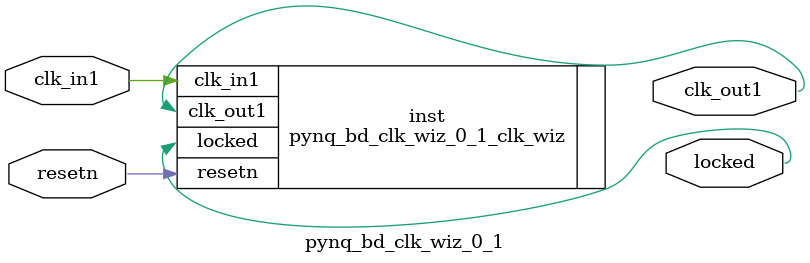
<source format=v>


`timescale 1ps/1ps

(* CORE_GENERATION_INFO = "pynq_bd_clk_wiz_0_1,clk_wiz_v6_0_11_0_0,{component_name=pynq_bd_clk_wiz_0_1,use_phase_alignment=true,use_min_o_jitter=false,use_max_i_jitter=false,use_dyn_phase_shift=false,use_inclk_switchover=false,use_dyn_reconfig=false,enable_axi=0,feedback_source=FDBK_AUTO,PRIMITIVE=MMCM,num_out_clk=1,clkin1_period=8.000,clkin2_period=10.000,use_power_down=false,use_reset=true,use_locked=true,use_inclk_stopped=false,feedback_type=SINGLE,CLOCK_MGR_TYPE=NA,manual_override=false}" *)

module pynq_bd_clk_wiz_0_1 
 (
  // Clock out ports
  output        clk_out1,
  // Status and control signals
  input         resetn,
  output        locked,
 // Clock in ports
  input         clk_in1
 );

  pynq_bd_clk_wiz_0_1_clk_wiz inst
  (
  // Clock out ports  
  .clk_out1(clk_out1),
  // Status and control signals               
  .resetn(resetn), 
  .locked(locked),
 // Clock in ports
  .clk_in1(clk_in1)
  );

endmodule

</source>
